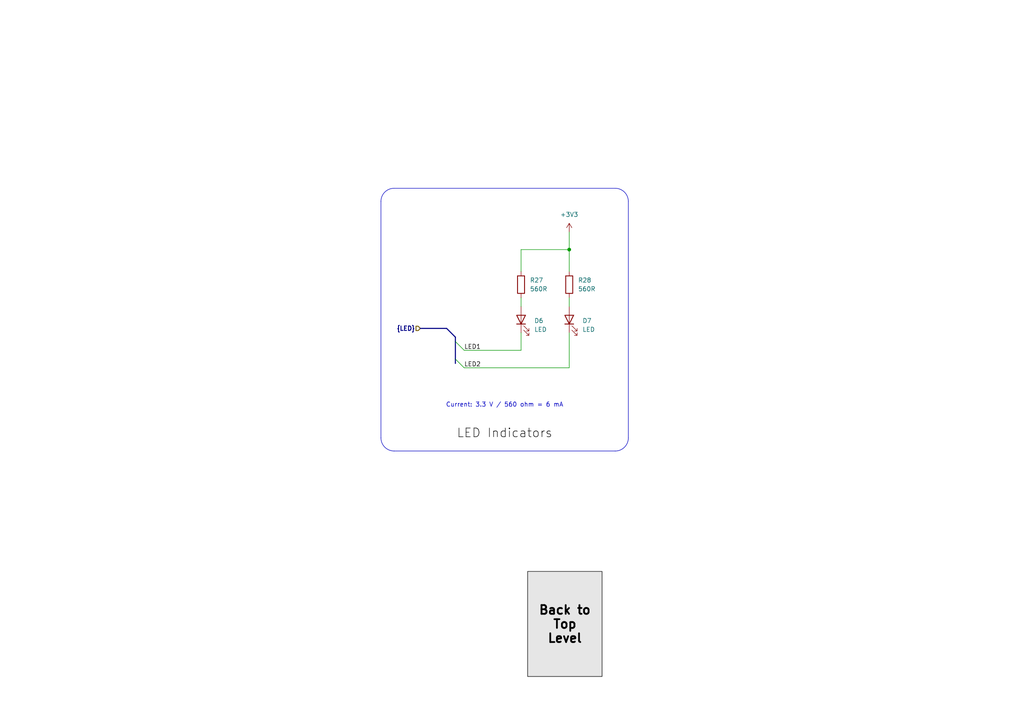
<source format=kicad_sch>
(kicad_sch (version 20230121) (generator eeschema)
  (paper "A4")
  (title_block (title "LED Indicators") (date "2023-10-15") (rev "1.0") (company "EPFL Xplore") (comment 3 "Author: Vincent Nguyen"))
  (lib_symbols
    (symbol "Device:LED" (pin_numbers hide) (pin_names (offset 1.016) hide)
      (property "Reference" "D" (at 0 2.54 0))
      (property "Value" "LED" (at 0 -2.54 0))
      (symbol "LED_0_1"
        (polyline (pts (xy -1.27 -1.27) (xy -1.27 1.27)) (stroke (width 0.254)))
        (polyline (pts (xy -1.27 0) (xy 1.27 0)))
        (polyline (pts (xy 1.27 -1.27) (xy 1.27 1.27) (xy -1.27 0) (xy 1.27 -1.27)) (stroke (width 0.254)))
        (polyline (pts (xy -3.048 -0.762) (xy -4.572 -2.286) (xy -3.81 -2.286) (xy -4.572 -2.286) (xy -4.572 -1.524)))
        (polyline (pts (xy -1.778 -0.762) (xy -3.302 -2.286) (xy -2.54 -2.286) (xy -3.302 -2.286) (xy -3.302 -1.524)))
      )
      (symbol "LED_1_1"
        (pin passive line (at -3.81 0 0) (length 2.54) (name "K") (number "1"))
        (pin passive line (at 3.81 0 180) (length 2.54) (name "A") (number "2"))
      )
    )
    (symbol "Device:R" (pin_numbers hide) (pin_names (offset 0))
      (property "Reference" "R" (at 2.032 0 90))
      (property "Value" "R" (at 0 0 90))
      (symbol "R_0_1"
        (rectangle (start -1.016 -2.54) (end 1.016 2.54) (stroke (width 0.254)))
      )
      (symbol "R_1_1"
        (pin passive line (at 0 3.81 270) (length 1.27) (name "~") (number "1"))
        (pin passive line (at 0 -3.81 90) (length 1.27) (name "~") (number "2"))
      )
    )
    (symbol "power:+3V3" (power) (pin_names (offset 0))
      (property "Value" "+3V3" (at 0 3.556 0))
      (symbol "+3V3_0_1"
        (polyline (pts (xy -0.762 1.27) (xy 0 2.54)))
        (polyline (pts (xy 0 0) (xy 0 2.54)))
        (polyline (pts (xy 0 2.54) (xy 0.762 1.27)))
      )
      (symbol "+3V3_1_1"
        (pin power_in line (at 0 0 90) (length 0) hide (name "+3V3") (number "1"))
      )
    )
  )
  (junction (at 165.1 72.39))
  (bus_entry (at 132.08 104.14) (size 2.54 2.54))
  (bus_entry (at 132.08 99.06) (size 2.54 2.54))
  (bus (pts (xy 132.08 104.14) (xy 132.08 105.41)))
  (polyline (pts (xy 114.3 54.61) (xy 178.435 54.61)))
  (bus (pts (xy 121.92 95.25) (xy 129.54 95.25)))
  (wire (pts (xy 151.13 86.36) (xy 151.13 88.9)))
  (wire (pts (xy 165.1 67.31) (xy 165.1 72.39)))
  (wire (pts (xy 165.1 106.68) (xy 165.1 96.52)))
  (bus (pts (xy 132.08 99.06) (xy 132.08 104.14)))
  (bus (pts (xy 129.54 95.25) (xy 132.08 97.79)))
  (wire (pts (xy 151.13 101.6) (xy 134.62 101.6)))
  (polyline (pts (xy 178.435 130.81) (xy 114.3 130.81)))
  (wire (pts (xy 134.62 106.68) (xy 165.1 106.68)))
  (wire (pts (xy 165.1 86.36) (xy 165.1 88.9)))
  (bus (pts (xy 132.08 97.79) (xy 132.08 99.06)))
  (polyline (pts (xy 110.49 58.42) (xy 110.49 127)))
  (wire (pts (xy 151.13 72.39) (xy 165.1 72.39)))
  (wire (pts (xy 165.1 72.39) (xy 165.1 78.74)))
  (wire (pts (xy 151.13 96.52) (xy 151.13 101.6)))
  (polyline (pts (xy 182.245 58.42) (xy 182.245 127)))
  (wire (pts (xy 151.13 78.74) (xy 151.13 72.39)))
  (arc (start 182.245 127) (mid 181.1308 129.6973) (end 178.435 130.81))
  (arc (start 114.3 130.81) (mid 111.6045 129.6955) (end 110.49 127))
  (arc (start 110.49 58.42) (mid 111.6059 55.7259) (end 114.3 54.61))
  (arc (start 178.435 54.61) (mid 181.1273 55.7262) (end 182.245 58.42))
  (text_box "LED Indicators" (at 113.03 119.38 0) (size 66.675 9.525) (stroke (width -0.0001)) (effects (font (size 2.54 2.54)) (justify bottom)))
  (text_box "Back to Top Level" (at 153.035 165.735 0) (size 21.59 30.48) (stroke (width 0) (color 0 0 0 1)) (fill (type color) (color 0 0 0 0.1)) (effects (font (size 2.54 2.54) (thickness 0.508) bold)))
  (text_box "Current: 3.3 V / 560 ohm = 6 mA" (at 123.825 115.57 0) (size 45.085 8.255) (stroke (width -0.0001)) (effects (font (size 1.27 1.27)) (justify top)))
  (label "LED1" (at 134.62 101.6 0))
  (label "LED2" (at 134.62 106.68 0))
  (hierarchical_label "{LED}" (shape input) (at 121.92 95.25 180) (effects (font bold)))
  (symbol (lib_id "Device:R") (at 165.1 82.55 0) (unit 1)
    (property "Reference" "R28" (at 167.64 81.28 0) (effects (justify left)))
    (property "Value" "560R" (at 167.64 83.82 0) (effects (justify left)))
  )
  (symbol (lib_id "Device:R") (at 151.13 82.55 0) (unit 1)
    (property "Reference" "R27" (at 153.67 81.28 0) (effects (justify left)))
    (property "Value" "560R" (at 153.67 83.82 0) (effects (justify left)))
  )
  (symbol (lib_id "power:+3V3") (at 165.1 67.31 0) (unit 1)
    (property "Reference" "#PWR050" (effects hide))
    (property "Value" "+3V3" (at 165.1 62.23 0))
  )
  (symbol (lib_id "Device:LED") (at 165.1 92.71 90) (unit 1)
    (property "Reference" "D7" (at 168.91 93.0275 90) (effects (justify right)))
    (property "Value" "LED" (at 168.91 95.5675 90) (effects (justify right)))
  )
  (symbol (lib_id "Device:LED") (at 151.13 92.71 90) (unit 1)
    (property "Reference" "D6" (at 154.94 93.0275 90) (effects (justify right)))
    (property "Value" "LED" (at 154.94 95.5675 90) (effects (justify right)))
  )
)
</source>
